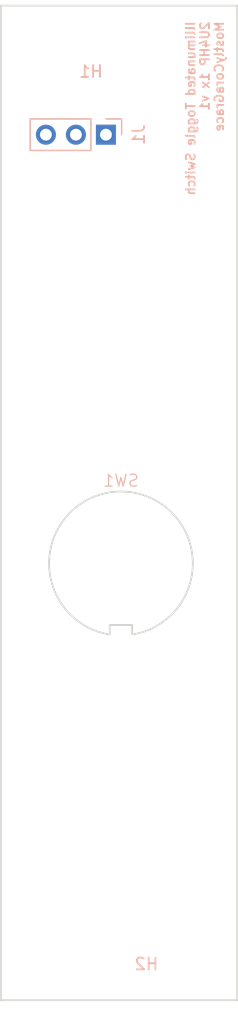
<source format=kicad_pcb>
(kicad_pcb (version 20240108) (generator "pcbnew") (generator_version "8.0")
  (layers (0 "F.Cu" signal) (31 "B.Cu" signal) (34 "B.Paste" user) (35 "F.Paste" user) (36 "B.SilkS" user "B.Silkscreen") (37 "F.SilkS" user "F.Silkscreen") (38 "B.Mask" user) (39 "F.Mask" user) (44 "Edge.Cuts" user))
  (net 0 "")
  (footprint "MountingHole:MountingHole_3.2mm_M3" (layer "B.Cu") (at 7.6192 83.4794 180)
    (property "Reference" "H2" (at -4.6982 0.0404 0) (layer "B.SilkS") (effects (justify mirror)))
    (property "Value" "MountingHole")
    (pad "" np_thru_hole oval (at 0 0 180) (size 4.8 3.2) (drill oval 4.8 3.2) (layers "F&B.Cu" "*.Mask"))
  )
  (footprint "MountingHole:MountingHole_3.2mm_M3" (layer "B.Cu") (at 7.6192 5.425 180)
    (property "Reference" "H1" (at -0.0008 -2.576 0) (layer "B.SilkS") (effects (justify mirror)))
    (property "Value" "MountingHole")
    (pad "" np_thru_hole oval (at 0 0 180) (size 4.8 3.2) (drill oval 4.8 3.2) (layers "F&B.Cu" "*.Mask"))
  )
  (footprint "EXC:Illuminated_Toggle_Switch_M12" (layer "B.Cu") (at 10.16 49.5787 180)
    (property "Reference" "SW1" (at 0 7 0) (layer "B.SilkS") (effects (font (thickness 0.1)) (justify mirror)))
    (property "Value" "SW_SPST_MOUNT")
    (fp_line (start 0.95 -5.2) (end -0.95 -5.2) (stroke (width 0.15)) (layer "Edge.Cuts"))
    (fp_line (start 0.95 -6.00643) (end 0.95 -5.2) (stroke (width 0.15)) (layer "Edge.Cuts"))
    (fp_line (start -0.95 -6.00643) (end -0.95 -5.2) (stroke (width 0.15)) (layer "Edge.Cuts"))
    (fp_arc (start 0.95 -6.00643) (mid 0 6.08132) (end -0.95 -6.00643) (stroke (width 0.15)) (layer "Edge.Cuts"))
  )
  (footprint "Connector_PinSocket_2.54mm:PinSocket_1x03_P2.54mm_Vertical" (layer "B.Cu") (at 8.89 13.335 90)
    (property "Reference" "J1" (at 0 2.77 90) (layer "B.SilkS") (effects (justify mirror)))
    (property "Value" "Conn_01x03_Socket")
    (fp_line (start 1.33 -6.41) (end -1.33 -6.41) (stroke (width 0.12)) (layer "B.SilkS"))
    (fp_line (start 1.33 -6.41) (end 1.33 -1.27) (stroke (width 0.12)) (layer "B.SilkS"))
    (fp_line (start -1.33 -6.41) (end -1.33 -1.27) (stroke (width 0.12)) (layer "B.SilkS"))
    (fp_line (start 1.33 -1.27) (end -1.33 -1.27) (stroke (width 0.12)) (layer "B.SilkS"))
    (fp_line (start 1.33 0) (end 1.33 1.33) (stroke (width 0.12)) (layer "B.SilkS"))
    (fp_line (start 1.33 1.33) (end 0 1.33) (stroke (width 0.12)) (layer "B.SilkS"))
    (pad "1" thru_hole rect (at 0 0 90) (size 1.7 1.7) (drill 1) (layers "*.Cu" "*.Mask"))
    (pad "2" thru_hole oval (at 0 -2.54 90) (size 1.7 1.7) (drill 1) (layers "*.Cu" "*.Mask"))
    (pad "3" thru_hole oval (at 0 -5.08 90) (size 1.7 1.7) (drill 1) (layers "*.Cu" "*.Mask"))
  )
  (gr_rect (start 0 2.425) (end 20 86.5) (stroke (width 0.15)) (fill none) (layer "Edge.Cuts"))
  (gr_text "Illimunated Toggle Switch\n2U4HP 1x v1\nMostlyCoraGrace" (at 15.621 3.683 90) (layer "B.SilkS") (effects (font (size 0.75 0.75) (thickness 0.15) (bold yes)) (justify left top mirror)))
)
</source>
